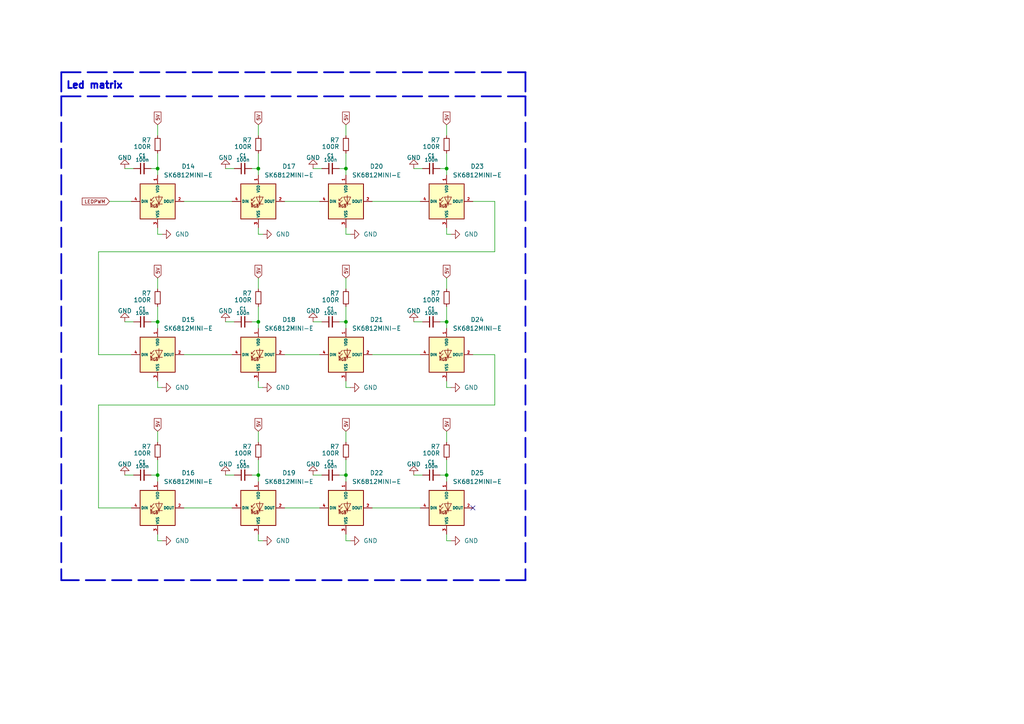
<source format=kicad_sch>
(kicad_sch (version 20221206) (generator eeschema)
  (paper "A4")
  (lib_symbols
    (symbol "Device:C_Small" (pin_numbers hide) (pin_names (offset 0.254) hide)
      (property "Reference" "C" (at 0.254 1.778 0))
      (property "Value" "C_Small" (at 0.254 -2.032 0))
      (symbol "C_Small_0_1"
        (polyline (pts (xy -1.524 -0.508) (xy 1.524 -0.508)) (stroke (width 0.3302)))
        (polyline (pts (xy -1.524 0.508) (xy 1.524 0.508)) (stroke (width 0.3048)))
      )
      (symbol "C_Small_1_1"
        (pin passive line (at 0 2.54 270) (length 2.032) (name "~") (number "1"))
        (pin passive line (at 0 -2.54 90) (length 2.032) (name "~") (number "2"))
      )
    )
    (symbol "Device:R_Small" (pin_numbers hide) (pin_names (offset 0.254) hide)
      (property "Reference" "R" (at 0.762 0.508 0))
      (property "Value" "R_Small" (at 0.762 -1.016 0))
      (symbol "R_Small_0_1"
        (rectangle (start -0.762 1.778) (end 0.762 -1.778) (stroke (width 0.2032)))
      )
      (symbol "R_Small_1_1"
        (pin passive line (at 0 2.54 270) (length 0.762) (name "~") (number "1"))
        (pin passive line (at 0 -2.54 90) (length 0.762) (name "~") (number "2"))
      )
    )
    (symbol "acheron_Symbols:SK6812MINI-E" (pin_names (offset 0.254))
      (property "Reference" "D" (at 5.08 5.715 0))
      (property "Value" "SK6812MINI-E" (at 1.27 -5.715 0))
      (property "MFN" "Dongguan Opsco Optoelectronics" (at 0 -11.176 0))
      (property "MPN" "SK812MINI-E" (at 0 -9.652 0))
      (property "PKG" "3228" (at 0 -12.954 0))
      (symbol "SK6812MINI-E_0_0"
        (text "RGB" (at -1.016 -1.397 0) (effects (font (size 0.762 0.762))))
      )
      (symbol "SK6812MINI-E_0_1"
        (polyline (pts (xy -2.032 -0.762) (xy -1.524 -0.762)))
        (polyline (pts (xy -2.032 0.254) (xy -1.524 0.254)))
        (polyline (pts (xy 1.397 -0.762) (xy -0.635 -0.762)))
        (polyline (pts (xy -1.016 0.254) (xy -2.032 -0.762) (xy -2.032 -0.254)))
        (polyline (pts (xy -1.016 1.27) (xy -2.032 0.254) (xy -2.032 0.762)))
        (polyline (pts (xy 0.381 1.778) (xy 0.381 -0.762) (xy 0.381 -1.27)))
        (polyline (pts (xy 1.397 1.27) (xy -0.635 1.27) (xy 0.381 -0.762) (xy 1.397 1.27)))
        (rectangle (start 5.08 5.08) (end -5.08 -5.08) (stroke (width 0.254)) (fill (type background)))
      )
      (symbol "SK6812MINI-E_1_1"
        (pin power_in line (at 0 7.62 270) (length 2.54) (name "VDD") (number "1"))
        (pin output line (at 7.62 0 180) (length 2.54) (name "DOUT") (number "2"))
        (pin power_in line (at 0 -7.62 90) (length 2.54) (name "VSS") (number "3"))
        (pin input line (at -7.62 0 0) (length 2.54) (name "DIN") (number "4"))
      )
    )
    (symbol "power:GND" (power) (pin_names (offset 0))
      (property "Value" "GND" (at 0 -3.81 0))
      (symbol "GND_0_1"
        (polyline (pts (xy 0 0) (xy 0 -1.27) (xy 1.27 -1.27) (xy 0 -2.54) (xy -1.27 -1.27) (xy 0 -1.27)))
      )
      (symbol "GND_1_1"
        (pin power_in line (at 0 0 270) (length 0) hide (name "GND") (number "1"))
      )
    )
  )
  (junction (at 74.93 48.895))
  (junction (at 100.33 48.895))
  (junction (at 45.72 48.895))
  (junction (at 129.54 137.795))
  (junction (at 45.72 93.345))
  (junction (at 74.93 137.795))
  (junction (at 100.33 93.345))
  (junction (at 100.33 137.795))
  (junction (at 45.72 137.795))
  (junction (at 74.93 93.345))
  (junction (at 129.54 93.345))
  (junction (at 129.54 48.895))
  (no_connect (at 137.16 147.32))
  (wire (pts (xy 53.34 102.87) (xy 67.31 102.87)))
  (wire (pts (xy 100.33 154.94) (xy 100.33 156.845)))
  (wire (pts (xy 31.75 58.42) (xy 38.1 58.42)))
  (wire (pts (xy 100.33 36.195) (xy 100.33 39.37)))
  (wire (pts (xy 120.015 137.795) (xy 122.555 137.795)))
  (wire (pts (xy 98.425 93.345) (xy 100.33 93.345)))
  (wire (pts (xy 74.93 48.895) (xy 74.93 50.8)))
  (wire (pts (xy 53.34 58.42) (xy 67.31 58.42)))
  (wire (pts (xy 100.33 67.945) (xy 101.6 67.945)))
  (wire (pts (xy 36.195 137.795) (xy 38.735 137.795)))
  (wire (pts (xy 100.33 112.395) (xy 101.6 112.395)))
  (wire (pts (xy 45.72 80.645) (xy 45.72 83.82)))
  (wire (pts (xy 129.54 80.645) (xy 129.54 83.82)))
  (wire (pts (xy 127.635 48.895) (xy 129.54 48.895)))
  (wire (pts (xy 129.54 137.795) (xy 129.54 139.7)))
  (wire (pts (xy 45.72 67.945) (xy 46.99 67.945)))
  (wire (pts (xy 90.805 137.795) (xy 93.345 137.795)))
  (wire (pts (xy 73.025 137.795) (xy 74.93 137.795)))
  (wire (pts (xy 36.195 93.345) (xy 38.735 93.345)))
  (wire (pts (xy 100.33 133.35) (xy 100.33 137.795)))
  (wire (pts (xy 90.805 48.895) (xy 93.345 48.895)))
  (wire (pts (xy 129.54 156.845) (xy 130.81 156.845)))
  (wire (pts (xy 74.93 112.395) (xy 76.2 112.395)))
  (wire (pts (xy 74.93 156.845) (xy 76.2 156.845)))
  (wire (pts (xy 100.33 110.49) (xy 100.33 112.395)))
  (wire (pts (xy 73.025 93.345) (xy 74.93 93.345)))
  (wire (pts (xy 100.33 48.895) (xy 100.33 50.8)))
  (wire (pts (xy 74.93 133.35) (xy 74.93 137.795)))
  (wire (pts (xy 74.93 93.345) (xy 74.93 95.25)))
  (wire (pts (xy 129.54 48.895) (xy 129.54 50.8)))
  (wire (pts (xy 100.33 80.645) (xy 100.33 83.82)))
  (wire (pts (xy 45.72 44.45) (xy 45.72 48.895)))
  (wire (pts (xy 45.72 133.35) (xy 45.72 137.795)))
  (wire (pts (xy 45.72 125.095) (xy 45.72 128.27)))
  (wire (pts (xy 129.54 36.195) (xy 129.54 39.37)))
  (wire (pts (xy 74.93 44.45) (xy 74.93 48.895)))
  (polyline (pts (xy 17.78 27.94) (xy 17.78 168.275)) (stroke (width 0.508) (type dash)))
  (wire (pts (xy 28.575 73.025) (xy 28.575 102.87)))
  (wire (pts (xy 74.93 154.94) (xy 74.93 156.845)))
  (wire (pts (xy 100.33 156.845) (xy 101.6 156.845)))
  (polyline (pts (xy 152.4 20.955) (xy 152.4 27.94)) (stroke (width 0.508) (type dash)))
  (wire (pts (xy 127.635 93.345) (xy 129.54 93.345)))
  (wire (pts (xy 100.33 93.345) (xy 100.33 95.25)))
  (polyline (pts (xy 17.78 20.955) (xy 17.78 27.94)) (stroke (width 0.508) (type dash)))
  (wire (pts (xy 45.72 110.49) (xy 45.72 112.395)))
  (wire (pts (xy 43.815 137.795) (xy 45.72 137.795)))
  (wire (pts (xy 100.33 88.9) (xy 100.33 93.345)))
  (wire (pts (xy 129.54 110.49) (xy 129.54 112.395)))
  (wire (pts (xy 143.51 58.42) (xy 143.51 73.025)))
  (wire (pts (xy 53.34 147.32) (xy 67.31 147.32)))
  (wire (pts (xy 74.93 110.49) (xy 74.93 112.395)))
  (wire (pts (xy 36.195 48.895) (xy 38.735 48.895)))
  (wire (pts (xy 129.54 67.945) (xy 130.81 67.945)))
  (wire (pts (xy 98.425 137.795) (xy 100.33 137.795)))
  (wire (pts (xy 65.405 137.795) (xy 67.945 137.795)))
  (wire (pts (xy 98.425 48.895) (xy 100.33 48.895)))
  (wire (pts (xy 45.72 36.195) (xy 45.72 39.37)))
  (wire (pts (xy 45.72 156.845) (xy 46.99 156.845)))
  (wire (pts (xy 74.93 67.945) (xy 76.2 67.945)))
  (wire (pts (xy 74.93 137.795) (xy 74.93 139.7)))
  (wire (pts (xy 100.33 66.04) (xy 100.33 67.945)))
  (wire (pts (xy 82.55 58.42) (xy 92.71 58.42)))
  (wire (pts (xy 73.025 48.895) (xy 74.93 48.895)))
  (wire (pts (xy 28.575 102.87) (xy 38.1 102.87)))
  (wire (pts (xy 100.33 44.45) (xy 100.33 48.895)))
  (wire (pts (xy 129.54 133.35) (xy 129.54 137.795)))
  (wire (pts (xy 129.54 154.94) (xy 129.54 156.845)))
  (wire (pts (xy 45.72 93.345) (xy 45.72 95.25)))
  (wire (pts (xy 65.405 93.345) (xy 67.945 93.345)))
  (wire (pts (xy 107.95 147.32) (xy 121.92 147.32)))
  (wire (pts (xy 65.405 48.895) (xy 67.945 48.895)))
  (wire (pts (xy 82.55 147.32) (xy 92.71 147.32)))
  (wire (pts (xy 100.33 125.095) (xy 100.33 128.27)))
  (wire (pts (xy 82.55 102.87) (xy 92.71 102.87)))
  (wire (pts (xy 107.95 58.42) (xy 121.92 58.42)))
  (wire (pts (xy 120.015 93.345) (xy 122.555 93.345)))
  (wire (pts (xy 129.54 44.45) (xy 129.54 48.895)))
  (wire (pts (xy 45.72 137.795) (xy 45.72 139.7)))
  (wire (pts (xy 28.575 117.475) (xy 28.575 147.32)))
  (wire (pts (xy 45.72 88.9) (xy 45.72 93.345)))
  (wire (pts (xy 129.54 66.04) (xy 129.54 67.945)))
  (wire (pts (xy 129.54 125.095) (xy 129.54 128.27)))
  (wire (pts (xy 74.93 36.195) (xy 74.93 39.37)))
  (wire (pts (xy 143.51 117.475) (xy 28.575 117.475)))
  (wire (pts (xy 43.815 48.895) (xy 45.72 48.895)))
  (polyline (pts (xy 17.78 20.955) (xy 152.4 20.955)) (stroke (width 0.508) (type dash)))
  (wire (pts (xy 143.51 73.025) (xy 28.575 73.025)))
  (wire (pts (xy 74.93 88.9) (xy 74.93 93.345)))
  (wire (pts (xy 45.72 154.94) (xy 45.72 156.845)))
  (wire (pts (xy 143.51 102.87) (xy 143.51 117.475)))
  (wire (pts (xy 74.93 80.645) (xy 74.93 83.82)))
  (wire (pts (xy 129.54 93.345) (xy 129.54 95.25)))
  (wire (pts (xy 74.93 125.095) (xy 74.93 128.27)))
  (wire (pts (xy 45.72 112.395) (xy 46.99 112.395)))
  (wire (pts (xy 129.54 112.395) (xy 130.81 112.395)))
  (wire (pts (xy 107.95 102.87) (xy 121.92 102.87)))
  (wire (pts (xy 137.16 102.87) (xy 143.51 102.87)))
  (wire (pts (xy 45.72 48.895) (xy 45.72 50.8)))
  (wire (pts (xy 43.815 93.345) (xy 45.72 93.345)))
  (wire (pts (xy 28.575 147.32) (xy 38.1 147.32)))
  (wire (pts (xy 100.33 137.795) (xy 100.33 139.7)))
  (wire (pts (xy 127.635 137.795) (xy 129.54 137.795)))
  (wire (pts (xy 90.805 93.345) (xy 93.345 93.345)))
  (wire (pts (xy 74.93 66.04) (xy 74.93 67.945)))
  (wire (pts (xy 137.16 58.42) (xy 143.51 58.42)))
  (wire (pts (xy 45.72 66.04) (xy 45.72 67.945)))
  (polyline (pts (xy 17.78 27.94) (xy 152.4 27.94)) (stroke (width 0.508) (type dash)))
  (polyline (pts (xy 152.4 168.275) (xy 17.78 168.275)) (stroke (width 0.508) (type dash)))
  (wire (pts (xy 129.54 88.9) (xy 129.54 93.345)))
  (polyline (pts (xy 152.4 27.94) (xy 152.4 168.275)) (stroke (width 0.508) (type dash)))
  (wire (pts (xy 120.015 48.895) (xy 122.555 48.895)))
  (text "Led matrix" (at 19.05 26.035 0) (effects (font (size 2 2) (thickness 1.524) bold) (justify left bottom)))
  (global_label "5V" (shape input) (at 74.93 36.195 90) (effects (font (size 1 1))) (property "Intersheetrefs" "${INTERSHEET_REFS}" (effects hide)))
  (global_label "5V" (shape input) (at 100.33 36.195 90) (effects (font (size 1 1))) (property "Intersheetrefs" "${INTERSHEET_REFS}" (effects hide)))
  (global_label "5V" (shape input) (at 45.72 125.095 90) (effects (font (size 1 1))) (property "Intersheetrefs" "${INTERSHEET_REFS}" (effects hide)))
  (global_label "5V" (shape input) (at 100.33 80.645 90) (effects (font (size 1 1))) (property "Intersheetrefs" "${INTERSHEET_REFS}" (effects hide)))
  (global_label "5V" (shape input) (at 129.54 36.195 90) (effects (font (size 1 1))) (property "Intersheetrefs" "${INTERSHEET_REFS}" (effects hide)))
  (global_label "5V" (shape input) (at 45.72 36.195 90) (effects (font (size 1 1))) (property "Intersheetrefs" "${INTERSHEET_REFS}" (effects hide)))
  (global_label "5V" (shape input) (at 74.93 125.095 90) (effects (font (size 1 1))) (property "Intersheetrefs" "${INTERSHEET_REFS}" (effects hide)))
  (global_label "5V" (shape input) (at 100.33 125.095 90) (effects (font (size 1 1))) (property "Intersheetrefs" "${INTERSHEET_REFS}" (effects hide)))
  (global_label "5V" (shape input) (at 129.54 80.645 90) (effects (font (size 1 1))) (property "Intersheetrefs" "${INTERSHEET_REFS}" (effects hide)))
  (global_label "5V" (shape input) (at 74.93 80.645 90) (effects (font (size 1 1))) (property "Intersheetrefs" "${INTERSHEET_REFS}" (effects hide)))
  (global_label "5V" (shape input) (at 45.72 80.645 90) (effects (font (size 1 1))) (property "Intersheetrefs" "${INTERSHEET_REFS}" (effects hide)))
  (global_label "5V" (shape input) (at 129.54 125.095 90) (effects (font (size 1 1))) (property "Intersheetrefs" "${INTERSHEET_REFS}" (effects hide)))
  (global_label "LEDPWM" (shape input) (at 31.75 58.42 180) (effects (font (size 1 1))) (property "Intersheetrefs" "${INTERSHEET_REFS}" (effects hide)))
  (symbol (lib_id "Device:R_Small") (at 45.72 130.81 0) (unit 1)
    (property "Reference" "R7" (at 43.815 129.54 0) (effects (justify right)))
    (property "Value" "100R" (at 43.815 131.445 0) (effects (justify right)))
    (property "Footprint" "Resistor_SMD:R_0805_2012Metric" (effects hide))
    (instances (project "Knobert_MacroPad" (path "" (reference "R7") (unit 1)) (path "" (reference "R5") (unit 1))))
  )
  (symbol (lib_id "Device:C_Small") (at 125.095 137.795 90) (unit 1)
    (property "Reference" "C1" (at 125.095 133.985 90) (effects (font (size 1 1))))
    (property "Value" "100n" (at 125.0887 135.255 90) (effects (font (size 1 1))))
    (property "Footprint" "Capacitor_SMD:C_0805_2012Metric" (effects hide))
    (instances (project "Knobert_MacroPad" (path "" (reference "C1") (unit 1)) (path "" (reference "C11") (unit 1)) (path "" (reference "C20") (unit 1))))
  )
  (symbol (lib_id "power:GND") (at 101.6 112.395 90) (unit 1)
    (property "Reference" "#PWR070" (effects hide))
    (property "Value" "GND" (at 105.41 112.395 90) (effects (justify right)))
    (instances (project "Knobert_MacroPad" (path "" (reference "#PWR070") (unit 1))) (project "led_matrix" (path "" (reference "#PWR09") (unit 1))))
  )
  (symbol (lib_id "Device:C_Small") (at 41.275 93.345 90) (unit 1)
    (property "Reference" "C1" (at 41.275 89.535 90) (effects (font (size 1 1))))
    (property "Value" "100n" (at 41.2687 90.805 90) (effects (font (size 1 1))))
    (property "Footprint" "Capacitor_SMD:C_0805_2012Metric" (effects hide))
    (instances (project "Knobert_MacroPad" (path "" (reference "C1") (unit 1)) (path "" (reference "C11") (unit 1)) (path "" (reference "C10") (unit 1))))
  )
  (symbol (lib_id "power:GND") (at 65.405 93.345 180) (unit 1)
    (property "Reference" "#PWR062" (effects hide))
    (property "Value" "GND" (at 65.405 90.17 0))
    (instances (project "Knobert_MacroPad" (path "" (reference "#PWR062") (unit 1))) (project "led_matrix" (path "" (reference "#PWR04") (unit 1))))
  )
  (symbol (lib_id "acheron_Symbols:SK6812MINI-E") (at 45.72 102.87 0) (unit 1)
    (property "Reference" "D15" (at 54.61 92.71 0))
    (property "Value" "SK6812MINI-E" (at 54.61 95.25 0))
    (property "Footprint" "acheron_Components:SK6812MINI_3535_6028_3.2x2.8mm_Round" (effects hide))
    (property "Datasheet" "https://ecksteinimg.de/Datasheet/LED/LED0011/SK6812MINI-E_REV02_EN.pdf" (effects hide))
    (property "MFN" "Dongguan Opsco Optoelectronics" (effects hide))
    (property "MPN" "SK812MINI-E" (effects hide))
    (property "PKG" "3228" (effects hide))
    (instances (project "Knobert_MacroPad" (path "" (reference "D15") (unit 1))) (project "led_matrix" (path "" (reference "D13") (unit 1))))
  )
  (symbol (lib_id "Device:R_Small") (at 100.33 41.91 0) (unit 1)
    (property "Reference" "R7" (at 98.425 40.64 0) (effects (justify right)))
    (property "Value" "100R" (at 98.425 42.545 0) (effects (justify right)))
    (property "Footprint" "Resistor_SMD:R_0805_2012Metric" (effects hide))
    (instances (project "Knobert_MacroPad" (path "" (reference "R7") (unit 1)) (path "" (reference "R9") (unit 1))))
  )
  (symbol (lib_id "acheron_Symbols:SK6812MINI-E") (at 129.54 102.87 0) (unit 1)
    (property "Reference" "D24" (at 138.43 92.71 0))
    (property "Value" "SK6812MINI-E" (at 138.43 95.25 0))
    (property "Footprint" "acheron_Components:SK6812MINI_3535_6028_3.2x2.8mm_Round" (effects hide))
    (property "Datasheet" "https://ecksteinimg.de/Datasheet/LED/LED0011/SK6812MINI-E_REV02_EN.pdf" (effects hide))
    (property "MFN" "Dongguan Opsco Optoelectronics" (effects hide))
    (property "MPN" "SK812MINI-E" (effects hide))
    (property "PKG" "3228" (effects hide))
    (instances (project "Knobert_MacroPad" (path "" (reference "D24") (unit 1))) (project "led_matrix" (path "" (reference "D13") (unit 1))))
  )
  (symbol (lib_id "Device:C_Small") (at 95.885 93.345 90) (unit 1)
    (property "Reference" "C1" (at 95.885 89.535 90) (effects (font (size 1 1))))
    (property "Value" "100n" (at 95.8787 90.805 90) (effects (font (size 1 1))))
    (property "Footprint" "Capacitor_SMD:C_0805_2012Metric" (effects hide))
    (instances (project "Knobert_MacroPad" (path "" (reference "C1") (unit 1)) (path "" (reference "C11") (unit 1)) (path "" (reference "C16") (unit 1))))
  )
  (symbol (lib_id "Device:C_Small") (at 125.095 93.345 90) (unit 1)
    (property "Reference" "C1" (at 125.095 89.535 90) (effects (font (size 1 1))))
    (property "Value" "100n" (at 125.0887 90.805 90) (effects (font (size 1 1))))
    (property "Footprint" "Capacitor_SMD:C_0805_2012Metric" (effects hide))
    (instances (project "Knobert_MacroPad" (path "" (reference "C1") (unit 1)) (path "" (reference "C11") (unit 1)) (path "" (reference "C19") (unit 1))))
  )
  (symbol (lib_id "power:GND") (at 36.195 137.795 180) (unit 1)
    (property "Reference" "#PWR073" (effects hide))
    (property "Value" "GND" (at 36.195 134.62 0))
    (instances (project "Knobert_MacroPad" (path "" (reference "#PWR073") (unit 1))) (project "led_matrix" (path "" (reference "#PWR04") (unit 1))))
  )
  (symbol (lib_id "Device:C_Small") (at 125.095 48.895 90) (unit 1)
    (property "Reference" "C1" (at 125.095 45.085 90) (effects (font (size 1 1))))
    (property "Value" "100n" (at 125.0887 46.355 90) (effects (font (size 1 1))))
    (property "Footprint" "Capacitor_SMD:C_0805_2012Metric" (effects hide))
    (instances (project "Knobert_MacroPad" (path "" (reference "C1") (unit 1)) (path "" (reference "C11") (unit 1)) (path "" (reference "C18") (unit 1))))
  )
  (symbol (lib_id "acheron_Symbols:SK6812MINI-E") (at 74.93 147.32 0) (unit 1)
    (property "Reference" "D19" (at 83.82 137.16 0))
    (property "Value" "SK6812MINI-E" (at 83.82 139.7 0))
    (property "Footprint" "acheron_Components:SK6812MINI_3535_6028_3.2x2.8mm_Round" (effects hide))
    (property "Datasheet" "https://ecksteinimg.de/Datasheet/LED/LED0011/SK6812MINI-E_REV02_EN.pdf" (effects hide))
    (property "MFN" "Dongguan Opsco Optoelectronics" (effects hide))
    (property "MPN" "SK812MINI-E" (effects hide))
    (property "PKG" "3228" (effects hide))
    (instances (project "Knobert_MacroPad" (path "" (reference "D19") (unit 1))) (project "led_matrix" (path "" (reference "D13") (unit 1))))
  )
  (symbol (lib_id "power:GND") (at 36.195 48.895 180) (unit 1)
    (property "Reference" "#PWR057" (effects hide))
    (property "Value" "GND" (at 36.195 45.72 0))
    (instances (project "Knobert_MacroPad" (path "" (reference "#PWR057") (unit 1))) (project "led_matrix" (path "" (reference "#PWR04") (unit 1))))
  )
  (symbol (lib_id "Device:C_Small") (at 41.275 48.895 90) (unit 1)
    (property "Reference" "C1" (at 41.275 45.085 90) (effects (font (size 1 1))))
    (property "Value" "100n" (at 41.2687 46.355 90) (effects (font (size 1 1))))
    (property "Footprint" "Capacitor_SMD:C_0805_2012Metric" (effects hide))
    (instances (project "Knobert_MacroPad" (path "" (reference "C1") (unit 1)) (path "" (reference "C11") (unit 1)) (path "" (reference "C9") (unit 1))))
  )
  (symbol (lib_id "power:GND") (at 130.81 67.945 90) (unit 1)
    (property "Reference" "#PWR068" (effects hide))
    (property "Value" "GND" (at 134.62 67.945 90) (effects (justify right)))
    (instances (project "Knobert_MacroPad" (path "" (reference "#PWR068") (unit 1))) (project "led_matrix" (path "" (reference "#PWR09") (unit 1))))
  )
  (symbol (lib_id "acheron_Symbols:SK6812MINI-E") (at 45.72 58.42 0) (unit 1)
    (property "Reference" "D14" (at 54.61 48.26 0))
    (property "Value" "SK6812MINI-E" (at 54.61 50.8 0))
    (property "Footprint" "acheron_Components:SK6812MINI_3535_6028_3.2x2.8mm_Round" (effects hide))
    (property "Datasheet" "https://ecksteinimg.de/Datasheet/LED/LED0011/SK6812MINI-E_REV02_EN.pdf" (effects hide))
    (property "MFN" "Dongguan Opsco Optoelectronics" (effects hide))
    (property "MPN" "SK812MINI-E" (effects hide))
    (property "PKG" "3228" (effects hide))
    (instances (project "Knobert_MacroPad" (path "" (reference "D14") (unit 1))) (project "led_matrix" (path "" (reference "D13") (unit 1))))
  )
  (symbol (lib_id "Device:C_Small") (at 70.485 48.895 90) (unit 1)
    (property "Reference" "C1" (at 70.485 45.085 90) (effects (font (size 1 1))))
    (property "Value" "100n" (at 70.4787 46.355 90) (effects (font (size 1 1))))
    (property "Footprint" "Capacitor_SMD:C_0805_2012Metric" (effects hide))
    (instances (project "Knobert_MacroPad" (path "" (reference "C1") (unit 1)) (path "" (reference "C11") (unit 1)) (path "" (reference "C12") (unit 1))))
  )
  (symbol (lib_id "Device:R_Small") (at 129.54 41.91 0) (unit 1)
    (property "Reference" "R7" (at 127.635 40.64 0) (effects (justify right)))
    (property "Value" "100R" (at 127.635 42.545 0) (effects (justify right)))
    (property "Footprint" "Resistor_SMD:R_0805_2012Metric" (effects hide))
    (instances (project "Knobert_MacroPad" (path "" (reference "R7") (unit 1)) (path "" (reference "R12") (unit 1))))
  )
  (symbol (lib_id "Device:R_Small") (at 74.93 130.81 0) (unit 1)
    (property "Reference" "R7" (at 73.025 129.54 0) (effects (justify right)))
    (property "Value" "100R" (at 73.025 131.445 0) (effects (justify right)))
    (property "Footprint" "Resistor_SMD:R_0805_2012Metric" (effects hide))
    (instances (project "Knobert_MacroPad" (path "" (reference "R7") (unit 1)) (path "" (reference "R8") (unit 1))))
  )
  (symbol (lib_id "Device:C_Small") (at 95.885 48.895 90) (unit 1)
    (property "Reference" "C1" (at 95.885 45.085 90) (effects (font (size 1 1))))
    (property "Value" "100n" (at 95.8787 46.355 90) (effects (font (size 1 1))))
    (property "Footprint" "Capacitor_SMD:C_0805_2012Metric" (effects hide))
    (instances (project "Knobert_MacroPad" (path "" (reference "C1") (unit 1)) (path "" (reference "C11") (unit 1)) (path "" (reference "C15") (unit 1))))
  )
  (symbol (lib_id "Device:C_Small") (at 70.485 93.345 90) (unit 1)
    (property "Reference" "C1" (at 70.485 89.535 90) (effects (font (size 1 1))))
    (property "Value" "100n" (at 70.4787 90.805 90) (effects (font (size 1 1))))
    (property "Footprint" "Capacitor_SMD:C_0805_2012Metric" (effects hide))
    (instances (project "Knobert_MacroPad" (path "" (reference "C1") (unit 1)) (path "" (reference "C11") (unit 1)) (path "" (reference "C13") (unit 1))))
  )
  (symbol (lib_id "acheron_Symbols:SK6812MINI-E") (at 100.33 147.32 0) (unit 1)
    (property "Reference" "D22" (at 109.22 137.16 0))
    (property "Value" "SK6812MINI-E" (at 109.22 139.7 0))
    (property "Footprint" "acheron_Components:SK6812MINI_3535_6028_3.2x2.8mm_Round" (effects hide))
    (property "Datasheet" "https://ecksteinimg.de/Datasheet/LED/LED0011/SK6812MINI-E_REV02_EN.pdf" (effects hide))
    (property "MFN" "Dongguan Opsco Optoelectronics" (effects hide))
    (property "MPN" "SK812MINI-E" (effects hide))
    (property "PKG" "3228" (effects hide))
    (instances (project "Knobert_MacroPad" (path "" (reference "D22") (unit 1))) (project "led_matrix" (path "" (reference "D13") (unit 1))))
  )
  (symbol (lib_id "power:GND") (at 46.99 67.945 90) (unit 1)
    (property "Reference" "#PWR065" (effects hide))
    (property "Value" "GND" (at 50.8 67.945 90) (effects (justify right)))
    (instances (project "Knobert_MacroPad" (path "" (reference "#PWR065") (unit 1))) (project "led_matrix" (path "" (reference "#PWR09") (unit 1))))
  )
  (symbol (lib_id "power:GND") (at 76.2 67.945 90) (unit 1)
    (property "Reference" "#PWR066" (effects hide))
    (property "Value" "GND" (at 80.01 67.945 90) (effects (justify right)))
    (instances (project "Knobert_MacroPad" (path "" (reference "#PWR066") (unit 1))) (project "led_matrix" (path "" (reference "#PWR09") (unit 1))))
  )
  (symbol (lib_id "power:GND") (at 65.405 137.795 180) (unit 1)
    (property "Reference" "#PWR074" (effects hide))
    (property "Value" "GND" (at 65.405 134.62 0))
    (instances (project "Knobert_MacroPad" (path "" (reference "#PWR074") (unit 1))) (project "led_matrix" (path "" (reference "#PWR04") (unit 1))))
  )
  (symbol (lib_id "Device:C_Small") (at 95.885 137.795 90) (unit 1)
    (property "Reference" "C1" (at 95.885 133.985 90) (effects (font (size 1 1))))
    (property "Value" "100n" (at 95.8787 135.255 90) (effects (font (size 1 1))))
    (property "Footprint" "Capacitor_SMD:C_0805_2012Metric" (effects hide))
    (instances (project "Knobert_MacroPad" (path "" (reference "C1") (unit 1)) (path "" (reference "C11") (unit 1)) (path "" (reference "C17") (unit 1))))
  )
  (symbol (lib_id "Device:R_Small") (at 100.33 86.36 0) (unit 1)
    (property "Reference" "R7" (at 98.425 85.09 0) (effects (justify right)))
    (property "Value" "100R" (at 98.425 86.995 0) (effects (justify right)))
    (property "Footprint" "Resistor_SMD:R_0805_2012Metric" (effects hide))
    (instances (project "Knobert_MacroPad" (path "" (reference "R7") (unit 1)) (path "" (reference "R10") (unit 1))))
  )
  (symbol (lib_id "Device:R_Small") (at 45.72 41.91 0) (unit 1)
    (property "Reference" "R7" (at 43.815 40.64 0) (effects (justify right)))
    (property "Value" "100R" (at 43.815 42.545 0) (effects (justify right)))
    (property "Footprint" "Resistor_SMD:R_0805_2012Metric" (effects hide))
    (instances (project "Knobert_MacroPad" (path "" (reference "R7") (unit 1)) (path "" (reference "R3") (unit 1))))
  )
  (symbol (lib_id "power:GND") (at 120.015 48.895 180) (unit 1)
    (property "Reference" "#PWR060" (effects hide))
    (property "Value" "GND" (at 120.015 45.72 0))
    (instances (project "Knobert_MacroPad" (path "" (reference "#PWR060") (unit 1))) (project "led_matrix" (path "" (reference "#PWR04") (unit 1))))
  )
  (symbol (lib_id "power:GND") (at 90.805 93.345 180) (unit 1)
    (property "Reference" "#PWR063" (effects hide))
    (property "Value" "GND" (at 90.805 90.17 0))
    (instances (project "Knobert_MacroPad" (path "" (reference "#PWR063") (unit 1))) (project "led_matrix" (path "" (reference "#PWR04") (unit 1))))
  )
  (symbol (lib_id "Device:C_Small") (at 70.485 137.795 90) (unit 1)
    (property "Reference" "C1" (at 70.485 133.985 90) (effects (font (size 1 1))))
    (property "Value" "100n" (at 70.4787 135.255 90) (effects (font (size 1 1))))
    (property "Footprint" "Capacitor_SMD:C_0805_2012Metric" (effects hide))
    (instances (project "Knobert_MacroPad" (path "" (reference "C1") (unit 1)) (path "" (reference "C11") (unit 1)) (path "" (reference "C14") (unit 1))))
  )
  (symbol (lib_id "Device:R_Small") (at 45.72 86.36 0) (unit 1)
    (property "Reference" "R7" (at 43.815 85.09 0) (effects (justify right)))
    (property "Value" "100R" (at 43.815 86.995 0) (effects (justify right)))
    (property "Footprint" "Resistor_SMD:R_0805_2012Metric" (effects hide))
    (instances (project "Knobert_MacroPad" (path "" (reference "R7") (unit 1)) (path "" (reference "R4") (unit 1))))
  )
  (symbol (lib_id "acheron_Symbols:SK6812MINI-E") (at 74.93 58.42 0) (unit 1)
    (property "Reference" "D17" (at 83.82 48.26 0))
    (property "Value" "SK6812MINI-E" (at 83.82 50.8 0))
    (property "Footprint" "acheron_Components:SK6812MINI_3535_6028_3.2x2.8mm_Round" (effects hide))
    (property "Datasheet" "https://ecksteinimg.de/Datasheet/LED/LED0011/SK6812MINI-E_REV02_EN.pdf" (effects hide))
    (property "MFN" "Dongguan Opsco Optoelectronics" (effects hide))
    (property "MPN" "SK812MINI-E" (effects hide))
    (property "PKG" "3228" (effects hide))
    (instances (project "Knobert_MacroPad" (path "" (reference "D17") (unit 1))) (project "led_matrix" (path "" (reference "D13") (unit 1))))
  )
  (symbol (lib_id "Device:C_Small") (at 41.275 137.795 90) (unit 1)
    (property "Reference" "C1" (at 41.275 133.985 90) (effects (font (size 1 1))))
    (property "Value" "100n" (at 41.2687 135.255 90) (effects (font (size 1 1))))
    (property "Footprint" "Capacitor_SMD:C_0805_2012Metric" (effects hide))
    (instances (project "Knobert_MacroPad" (path "" (reference "C1") (unit 1)) (path "" (reference "C11") (unit 1)) (path "" (reference "C11") (unit 1))))
  )
  (symbol (lib_id "power:GND") (at 65.405 48.895 180) (unit 1)
    (property "Reference" "#PWR058" (effects hide))
    (property "Value" "GND" (at 65.405 45.72 0))
    (instances (project "Knobert_MacroPad" (path "" (reference "#PWR058") (unit 1))) (project "led_matrix" (path "" (reference "#PWR04") (unit 1))))
  )
  (symbol (lib_id "acheron_Symbols:SK6812MINI-E") (at 129.54 147.32 0) (unit 1)
    (property "Reference" "D25" (at 138.43 137.16 0))
    (property "Value" "SK6812MINI-E" (at 138.43 139.7 0))
    (property "Footprint" "acheron_Components:SK6812MINI_3535_6028_3.2x2.8mm_Round" (effects hide))
    (property "Datasheet" "https://ecksteinimg.de/Datasheet/LED/LED0011/SK6812MINI-E_REV02_EN.pdf" (effects hide))
    (property "MFN" "Dongguan Opsco Optoelectronics" (effects hide))
    (property "MPN" "SK812MINI-E" (effects hide))
    (property "PKG" "3228" (effects hide))
    (instances (project "Knobert_MacroPad" (path "" (reference "D25") (unit 1))) (project "led_matrix" (path "" (reference "D13") (unit 1))))
  )
  (symbol (lib_id "Device:R_Small") (at 100.33 130.81 0) (unit 1)
    (property "Reference" "R7" (at 98.425 129.54 0) (effects (justify right)))
    (property "Value" "100R" (at 98.425 131.445 0) (effects (justify right)))
    (property "Footprint" "Resistor_SMD:R_0805_2012Metric" (effects hide))
    (instances (project "Knobert_MacroPad" (path "" (reference "R7") (unit 1)) (path "" (reference "R11") (unit 1))))
  )
  (symbol (lib_id "Device:R_Small") (at 129.54 130.81 0) (unit 1)
    (property "Reference" "R7" (at 127.635 129.54 0) (effects (justify right)))
    (property "Value" "100R" (at 127.635 131.445 0) (effects (justify right)))
    (property "Footprint" "Resistor_SMD:R_0805_2012Metric" (effects hide))
    (instances (project "Knobert_MacroPad" (path "" (reference "R7") (unit 1)) (path "" (reference "R14") (unit 1))))
  )
  (symbol (lib_id "Device:R_Small") (at 129.54 86.36 0) (unit 1)
    (property "Reference" "R7" (at 127.635 85.09 0) (effects (justify right)))
    (property "Value" "100R" (at 127.635 86.995 0) (effects (justify right)))
    (property "Footprint" "Resistor_SMD:R_0805_2012Metric" (effects hide))
    (instances (project "Knobert_MacroPad" (path "" (reference "R7") (unit 1)) (path "" (reference "R13") (unit 1))))
  )
  (symbol (lib_id "Device:R_Small") (at 74.93 41.91 0) (unit 1)
    (property "Reference" "R7" (at 73.025 40.64 0) (effects (justify right)))
    (property "Value" "100R" (at 73.025 42.545 0) (effects (justify right)))
    (property "Footprint" "Resistor_SMD:R_0805_2012Metric" (effects hide))
    (instances (project "Knobert_MacroPad" (path "" (reference "R7") (unit 1)) (path "" (reference "R6") (unit 1))))
  )
  (symbol (lib_id "power:GND") (at 46.99 156.845 90) (unit 1)
    (property "Reference" "#PWR077" (effects hide))
    (property "Value" "GND" (at 50.8 156.845 90) (effects (justify right)))
    (instances (project "Knobert_MacroPad" (path "" (reference "#PWR077") (unit 1))) (project "led_matrix" (path "" (reference "#PWR09") (unit 1))))
  )
  (symbol (lib_id "power:GND") (at 46.99 112.395 90) (unit 1)
    (property "Reference" "#PWR072" (effects hide))
    (property "Value" "GND" (at 50.8 112.395 90) (effects (justify right)))
    (instances (project "Knobert_MacroPad" (path "" (reference "#PWR072") (unit 1))) (project "led_matrix" (path "" (reference "#PWR09") (unit 1))))
  )
  (symbol (lib_id "power:GND") (at 101.6 156.845 90) (unit 1)
    (property "Reference" "#PWR079" (effects hide))
    (property "Value" "GND" (at 105.41 156.845 90) (effects (justify right)))
    (instances (project "Knobert_MacroPad" (path "" (reference "#PWR079") (unit 1))) (project "led_matrix" (path "" (reference "#PWR09") (unit 1))))
  )
  (symbol (lib_id "acheron_Symbols:SK6812MINI-E") (at 100.33 58.42 0) (unit 1)
    (property "Reference" "D20" (at 109.22 48.26 0))
    (property "Value" "SK6812MINI-E" (at 109.22 50.8 0))
    (property "Footprint" "acheron_Components:SK6812MINI_3535_6028_3.2x2.8mm_Round" (effects hide))
    (property "Datasheet" "https://ecksteinimg.de/Datasheet/LED/LED0011/SK6812MINI-E_REV02_EN.pdf" (effects hide))
    (property "MFN" "Dongguan Opsco Optoelectronics" (effects hide))
    (property "MPN" "SK812MINI-E" (effects hide))
    (property "PKG" "3228" (effects hide))
    (instances (project "Knobert_MacroPad" (path "" (reference "D20") (unit 1))) (project "led_matrix" (path "" (reference "D13") (unit 1))))
  )
  (symbol (lib_id "power:GND") (at 130.81 112.395 90) (unit 1)
    (property "Reference" "#PWR069" (effects hide))
    (property "Value" "GND" (at 134.62 112.395 90) (effects (justify right)))
    (instances (project "Knobert_MacroPad" (path "" (reference "#PWR069") (unit 1))) (project "led_matrix" (path "" (reference "#PWR09") (unit 1))))
  )
  (symbol (lib_id "power:GND") (at 120.015 137.795 180) (unit 1)
    (property "Reference" "#PWR076" (effects hide))
    (property "Value" "GND" (at 120.015 134.62 0))
    (instances (project "Knobert_MacroPad" (path "" (reference "#PWR076") (unit 1))) (project "led_matrix" (path "" (reference "#PWR04") (unit 1))))
  )
  (symbol (lib_id "power:GND") (at 101.6 67.945 90) (unit 1)
    (property "Reference" "#PWR067" (effects hide))
    (property "Value" "GND" (at 105.41 67.945 90) (effects (justify right)))
    (instances (project "Knobert_MacroPad" (path "" (reference "#PWR067") (unit 1))) (project "led_matrix" (path "" (reference "#PWR09") (unit 1))))
  )
  (symbol (lib_id "power:GND") (at 76.2 112.395 90) (unit 1)
    (property "Reference" "#PWR071" (effects hide))
    (property "Value" "GND" (at 80.01 112.395 90) (effects (justify right)))
    (instances (project "Knobert_MacroPad" (path "" (reference "#PWR071") (unit 1))) (project "led_matrix" (path "" (reference "#PWR09") (unit 1))))
  )
  (symbol (lib_id "power:GND") (at 130.81 156.845 90) (unit 1)
    (property "Reference" "#PWR080" (effects hide))
    (property "Value" "GND" (at 134.62 156.845 90) (effects (justify right)))
    (instances (project "Knobert_MacroPad" (path "" (reference "#PWR080") (unit 1))) (project "led_matrix" (path "" (reference "#PWR09") (unit 1))))
  )
  (symbol (lib_id "acheron_Symbols:SK6812MINI-E") (at 100.33 102.87 0) (unit 1)
    (property "Reference" "D21" (at 109.22 92.71 0))
    (property "Value" "SK6812MINI-E" (at 109.22 95.25 0))
    (property "Footprint" "acheron_Components:SK6812MINI_3535_6028_3.2x2.8mm_Round" (effects hide))
    (property "Datasheet" "https://ecksteinimg.de/Datasheet/LED/LED0011/SK6812MINI-E_REV02_EN.pdf" (effects hide))
    (property "MFN" "Dongguan Opsco Optoelectronics" (effects hide))
    (property "MPN" "SK812MINI-E" (effects hide))
    (property "PKG" "3228" (effects hide))
    (instances (project "Knobert_MacroPad" (path "" (reference "D21") (unit 1))) (project "led_matrix" (path "" (reference "D13") (unit 1))))
  )
  (symbol (lib_id "acheron_Symbols:SK6812MINI-E") (at 74.93 102.87 0) (unit 1)
    (property "Reference" "D18" (at 83.82 92.71 0))
    (property "Value" "SK6812MINI-E" (at 83.82 95.25 0))
    (property "Footprint" "acheron_Components:SK6812MINI_3535_6028_3.2x2.8mm_Round" (effects hide))
    (property "Datasheet" "https://ecksteinimg.de/Datasheet/LED/LED0011/SK6812MINI-E_REV02_EN.pdf" (effects hide))
    (property "MFN" "Dongguan Opsco Optoelectronics" (effects hide))
    (property "MPN" "SK812MINI-E" (effects hide))
    (property "PKG" "3228" (effects hide))
    (instances (project "Knobert_MacroPad" (path "" (reference "D18") (unit 1))) (project "led_matrix" (path "" (reference "D13") (unit 1))))
  )
  (symbol (lib_id "power:GND") (at 90.805 48.895 180) (unit 1)
    (property "Reference" "#PWR059" (effects hide))
    (property "Value" "GND" (at 90.805 45.72 0))
    (instances (project "Knobert_MacroPad" (path "" (reference "#PWR059") (unit 1))) (project "led_matrix" (path "" (reference "#PWR04") (unit 1))))
  )
  (symbol (lib_id "power:GND") (at 36.195 93.345 180) (unit 1)
    (property "Reference" "#PWR061" (effects hide))
    (property "Value" "GND" (at 36.195 90.17 0))
    (instances (project "Knobert_MacroPad" (path "" (reference "#PWR061") (unit 1))) (project "led_matrix" (path "" (reference "#PWR04") (unit 1))))
  )
  (symbol (lib_id "acheron_Symbols:SK6812MINI-E") (at 45.72 147.32 0) (unit 1)
    (property "Reference" "D16" (at 54.61 137.16 0))
    (property "Value" "SK6812MINI-E" (at 54.61 139.7 0))
    (property "Footprint" "acheron_Components:SK6812MINI_3535_6028_3.2x2.8mm_Round" (effects hide))
    (property "Datasheet" "https://ecksteinimg.de/Datasheet/LED/LED0011/SK6812MINI-E_REV02_EN.pdf" (effects hide))
    (property "MFN" "Dongguan Opsco Optoelectronics" (effects hide))
    (property "MPN" "SK812MINI-E" (effects hide))
    (property "PKG" "3228" (effects hide))
    (instances (project "Knobert_MacroPad" (path "" (reference "D16") (unit 1))) (project "led_matrix" (path "" (reference "D13") (unit 1))))
  )
  (symbol (lib_id "Device:R_Small") (at 74.93 86.36 0) (unit 1)
    (property "Reference" "R7" (at 73.025 85.09 0) (effects (justify right)))
    (property "Value" "100R" (at 73.025 86.995 0) (effects (justify right)))
    (property "Footprint" "Resistor_SMD:R_0805_2012Metric" (effects hide))
  )
  (symbol (lib_id "acheron_Symbols:SK6812MINI-E") (at 129.54 58.42 0) (unit 1)
    (property "Reference" "D23" (at 138.43 48.26 0))
    (property "Value" "SK6812MINI-E" (at 138.43 50.8 0))
    (property "Footprint" "acheron_Components:SK6812MINI_3535_6028_3.2x2.8mm_Round" (effects hide))
    (property "Datasheet" "https://ecksteinimg.de/Datasheet/LED/LED0011/SK6812MINI-E_REV02_EN.pdf" (effects hide))
    (property "MFN" "Dongguan Opsco Optoelectronics" (effects hide))
    (property "MPN" "SK812MINI-E" (effects hide))
    (property "PKG" "3228" (effects hide))
    (instances (project "Knobert_MacroPad" (path "" (reference "D23") (unit 1))) (project "led_matrix" (path "" (reference "D13") (unit 1))))
  )
  (symbol (lib_id "power:GND") (at 120.015 93.345 180) (unit 1)
    (property "Reference" "#PWR064" (effects hide))
    (property "Value" "GND" (at 120.015 90.17 0))
    (instances (project "Knobert_MacroPad" (path "" (reference "#PWR064") (unit 1))) (project "led_matrix" (path "" (reference "#PWR04") (unit 1))))
  )
  (symbol (lib_id "power:GND") (at 76.2 156.845 90) (unit 1)
    (property "Reference" "#PWR078" (effects hide))
    (property "Value" "GND" (at 80.01 156.845 90) (effects (justify right)))
    (instances (project "Knobert_MacroPad" (path "" (reference "#PWR078") (unit 1))) (project "led_matrix" (path "" (reference "#PWR09") (unit 1))))
  )
  (symbol (lib_id "power:GND") (at 90.805 137.795 180) (unit 1)
    (property "Reference" "#PWR075" (effects hide))
    (property "Value" "GND" (at 90.805 134.62 0))
    (instances (project "Knobert_MacroPad" (path "" (reference "#PWR075") (unit 1))) (project "led_matrix" (path "" (reference "#PWR04") (unit 1))))
  )
)
</source>
